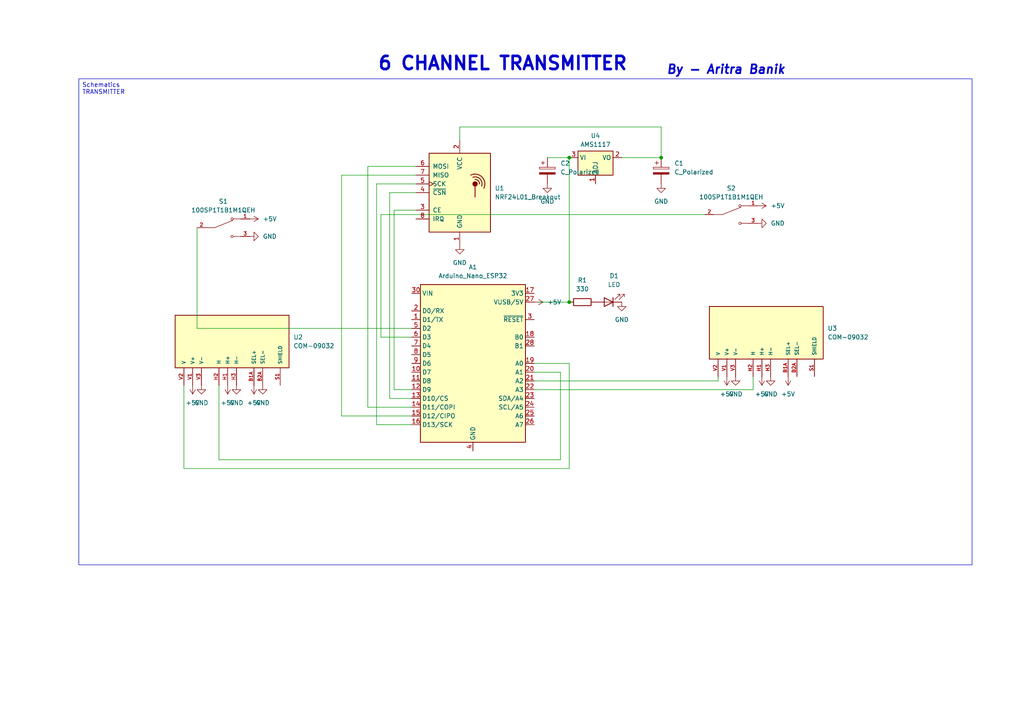
<source format=kicad_sch>
(kicad_sch (version 20250114) (generator "eeschema") (generator_version "9.0")
  (paper "A4")
  (lib_symbols
    (symbol "100SP1T1B1M1QEH:100SP1T1B1M1QEH" (pin_names (offset 1.016))
      (property "Reference" "S" (at -2.54 5.08 0))
      (property "Value" "100SP1T1B1M1QEH" (at -2.54 -5.08 0))
      (symbol "100SP1T1B1M1QEH_0_0"
        (polyline (pts (xy -2.54 0) (xy -5.08 0)) (stroke (width 0.1524)))
        (polyline (pts (xy -2.54 0) (xy 2.794 2.1336)) (stroke (width 0.1524)))
        (circle (center 2.54 2.54) (radius 0.3302) (stroke (width 0.1524)))
        (circle (center 2.54 -2.54) (radius 0.3302) (stroke (width 0.1524)))
        (polyline (pts (xy 5.08 2.54) (xy 2.921 2.54)) (stroke (width 0.1524)))
        (polyline (pts (xy 5.08 -2.54) (xy 2.921 -2.54)) (stroke (width 0.1524)))
        (pin passive line (at -7.62 0 0) (length 2.54) (name "~") (number "2"))
        (pin passive line (at 7.62 2.54 180) (length 2.54) (name "~") (number "1"))
        (pin passive line (at 7.62 -2.54 180) (length 2.54) (name "~") (number "3"))
      )
    )
    (symbol "COM-09032:COM-09032" (pin_names (offset 1.016))
      (property "Reference" "U" (at -7.62 16.002 0))
      (property "Value" "COM-09032" (at -7.62 -20.32 0))
      (symbol "COM-09032_0_0"
        (rectangle (start -7.62 -17.78) (end 7.62 15.24) (stroke (width 0.254)) (fill (type background)))
        (pin passive line (at -12.7 12.7 0) (length 5.08) (name "V") (number "V2"))
        (pin passive line (at -12.7 10.16 0) (length 5.08) (name "V+") (number "V1"))
        (pin passive line (at -12.7 7.62 0) (length 5.08) (name "V-") (number "V3"))
        (pin passive line (at -12.7 2.54 0) (length 5.08) (name "H") (number "H2"))
        (pin passive line (at -12.7 0 0) (length 5.08) (name "H+") (number "H1"))
        (pin passive line (at -12.7 -2.54 0) (length 5.08) (name "H-") (number "H3"))
        (pin passive line (at -12.7 -7.62 0) (length 5.08) (name "SEL+") (number "B1A"))
        (pin passive line (at -12.7 -10.16 0) (length 5.08) (name "SEL-") (number "B2A"))
        (pin passive line (at -12.7 -15.24 0) (length 5.08) (name "SHIELD") (number "S1"))
        (pin passive line (at -12.7 -15.24 0) (length 5.08) (hide yes) (name "SHIELD") (number "S2"))
        (pin passive line (at -12.7 -15.24 0) (length 5.08) (hide yes) (name "SHIELD") (number "S3"))
        (pin passive line (at -12.7 -15.24 0) (length 5.08) (hide yes) (name "SHIELD") (number "S4"))
      )
    )
    (symbol "Device:C_Polarized" (pin_numbers (hide yes)) (pin_names (offset 0.254))
      (property "Reference" "C" (at 0.635 2.54 0))
      (property "Value" "C_Polarized" (at 0.635 -2.54 0))
      (symbol "C_Polarized_0_1"
        (rectangle (start -2.286 0.508) (end 2.286 1.016))
        (polyline (pts (xy -1.778 2.286) (xy -0.762 2.286)))
        (polyline (pts (xy -1.27 2.794) (xy -1.27 1.778)))
        (rectangle (start 2.286 -0.508) (end -2.286 -1.016) (fill (type outline)))
      )
      (symbol "C_Polarized_1_1"
        (pin passive line (at 0 3.81 270) (length 2.794) (name "~") (number "1"))
        (pin passive line (at 0 -3.81 90) (length 2.794) (name "~") (number "2"))
      )
    )
    (symbol "Device:LED" (pin_numbers (hide yes)) (pin_names (offset 1.016) (hide yes))
      (property "Reference" "D" (at 0 2.54 0))
      (property "Value" "LED" (at 0 -2.54 0))
      (symbol "LED_0_1"
        (polyline (pts (xy -3.048 -0.762) (xy -4.572 -2.286) (xy -3.81 -2.286) (xy -4.572 -2.286) (xy -4.572 -1.524)))
        (polyline (pts (xy -1.778 -0.762) (xy -3.302 -2.286) (xy -2.54 -2.286) (xy -3.302 -2.286) (xy -3.302 -1.524)))
        (polyline (pts (xy -1.27 0) (xy 1.27 0)))
        (polyline (pts (xy -1.27 -1.27) (xy -1.27 1.27)) (stroke (width 0.254)))
        (polyline (pts (xy 1.27 -1.27) (xy 1.27 1.27) (xy -1.27 0) (xy 1.27 -1.27)) (stroke (width 0.254)))
      )
      (symbol "LED_1_1"
        (pin passive line (at -3.81 0 0) (length 2.54) (name "K") (number "1"))
        (pin passive line (at 3.81 0 180) (length 2.54) (name "A") (number "2"))
      )
    )
    (symbol "Device:R" (pin_numbers (hide yes)) (pin_names (offset 0))
      (property "Reference" "R" (at 2.032 0 90))
      (property "Value" "R" (at 0 0 90))
      (symbol "R_0_1"
        (rectangle (start -1.016 -2.54) (end 1.016 2.54) (stroke (width 0.254)))
      )
      (symbol "R_1_1"
        (pin passive line (at 0 3.81 270) (length 1.27) (name "~") (number "1"))
        (pin passive line (at 0 -3.81 90) (length 1.27) (name "~") (number "2"))
      )
    )
    (symbol "MCU_Module:Arduino_Nano_ESP32"
      (property "Reference" "A" (at -14.986 23.622 0))
      (property "Value" "Arduino_Nano_ESP32" (at 3.81 -25.654 0))
      (symbol "Arduino_Nano_ESP32_0_1"
        (rectangle (start -15.24 22.86) (end 15.24 -22.86) (stroke (width 0.254)) (fill (type background)))
      )
      (symbol "Arduino_Nano_ESP32_1_1"
        (pin power_in line (at -17.78 20.32 0) (length 2.54) (name "VIN") (number "30"))
        (pin bidirectional line (at -17.78 15.24 0) (length 2.54) (name "D0/RX") (number "2"))
        (pin bidirectional line (at -17.78 12.7 0) (length 2.54) (name "D1/TX") (number "1"))
        (pin bidirectional line (at -17.78 10.16 0) (length 2.54) (name "D2") (number "5"))
        (pin bidirectional line (at -17.78 7.62 0) (length 2.54) (name "D3") (number "6"))
        (pin bidirectional line (at -17.78 5.08 0) (length 2.54) (name "D4") (number "7"))
        (pin bidirectional line (at -17.78 2.54 0) (length 2.54) (name "D5") (number "8"))
        (pin bidirectional line (at -17.78 0 0) (length 2.54) (name "D6") (number "9"))
        (pin bidirectional line (at -17.78 -2.54 0) (length 2.54) (name "D7") (number "10"))
        (pin bidirectional line (at -17.78 -5.08 0) (length 2.54) (name "D8") (number "11"))
        (pin bidirectional line (at -17.78 -7.62 0) (length 2.54) (name "D9") (number "12"))
        (pin bidirectional line (at -17.78 -10.16 0) (length 2.54) (name "D10/CS") (number "13"))
        (pin bidirectional line (at -17.78 -12.7 0) (length 2.54) (name "D11/COPI") (number "14"))
        (pin bidirectional line (at -17.78 -15.24 0) (length 2.54) (name "D12/CIPO") (number "15"))
        (pin bidirectional line (at -17.78 -17.78 0) (length 2.54) (name "D13/SCK") (number "16"))
        (pin passive line (at 0 -25.4 90) (length 2.54) (hide yes) (name "GND") (number "29"))
        (pin power_in line (at 0 -25.4 90) (length 2.54) (name "GND") (number "4"))
        (pin power_out line (at 17.78 20.32 180) (length 2.54) (name "3V3") (number "17"))
        (pin power_out line (at 17.78 17.78 180) (length 2.54) (name "VUSB/5V") (number "27"))
        (pin input line (at 17.78 12.7 180) (length 2.54) (name "~{RESET}") (number "3"))
        (pin bidirectional line (at 17.78 7.62 180) (length 2.54) (name "B0") (number "18"))
        (pin bidirectional line (at 17.78 5.08 180) (length 2.54) (name "B1") (number "28"))
        (pin bidirectional line (at 17.78 0 180) (length 2.54) (name "A0") (number "19"))
        (pin bidirectional line (at 17.78 -2.54 180) (length 2.54) (name "A1") (number "20"))
        (pin bidirectional line (at 17.78 -5.08 180) (length 2.54) (name "A2") (number "21"))
        (pin bidirectional line (at 17.78 -7.62 180) (length 2.54) (name "A3") (number "22"))
        (pin bidirectional line (at 17.78 -10.16 180) (length 2.54) (name "SDA/A4") (number "23"))
        (pin bidirectional line (at 17.78 -12.7 180) (length 2.54) (name "SCL/A5") (number "24"))
        (pin bidirectional line (at 17.78 -15.24 180) (length 2.54) (name "A6") (number "25"))
        (pin bidirectional line (at 17.78 -17.78 180) (length 2.54) (name "A7") (number "26"))
      )
    )
    (symbol "RF:NRF24L01_Breakout" (pin_names (offset 1.016))
      (property "Reference" "U" (at -8.89 12.7 0))
      (property "Value" "NRF24L01_Breakout" (at 3.81 12.7 0))
      (symbol "NRF24L01_Breakout_0_1"
        (rectangle (start -8.89 11.43) (end 8.89 -11.43) (stroke (width 0.254)) (fill (type background)))
        (arc (start 3.175 5.08) (mid 6.453 4.548) (end 6.985 1.27) (stroke (width 0.254)))
        (circle (center 4.445 2.54) (radius 0.635) (stroke (width 0.254)) (fill (type outline)))
        (polyline (pts (xy 4.445 1.905) (xy 4.445 -1.27)) (stroke (width 0.254)))
        (arc (start 3.81 4.445) (mid 5.8835 3.9785) (end 6.35 1.905) (stroke (width 0.254)))
        (arc (start 4.445 3.81) (mid 5.3558 3.4508) (end 5.715 2.54) (stroke (width 0.254)))
      )
      (symbol "NRF24L01_Breakout_1_1"
        (pin input line (at -12.7 7.62 0) (length 3.81) (name "MOSI") (number "6"))
        (pin output line (at -12.7 5.08 0) (length 3.81) (name "MISO") (number "7"))
        (pin input clock (at -12.7 2.54 0) (length 3.81) (name "SCK") (number "5"))
        (pin input line (at -12.7 0 0) (length 3.81) (name "~{CSN}") (number "4"))
        (pin input line (at -12.7 -5.08 0) (length 3.81) (name "CE") (number "3"))
        (pin output line (at -12.7 -7.62 0) (length 3.81) (name "IRQ") (number "8"))
        (pin power_in line (at 0 15.24 270) (length 3.81) (name "VCC") (number "2"))
        (pin power_in line (at 0 -15.24 90) (length 3.81) (name "GND") (number "1"))
      )
    )
    (symbol "Regulator_Linear:AMS1117"
      (property "Reference" "U" (at -3.81 3.175 0))
      (property "Value" "AMS1117" (at 0 3.175 0))
      (symbol "AMS1117_0_1"
        (rectangle (start -5.08 -5.08) (end 5.08 1.905) (stroke (width 0.254)) (fill (type background)))
      )
      (symbol "AMS1117_1_1"
        (pin power_in line (at -7.62 0 0) (length 2.54) (name "VI") (number "3"))
        (pin input line (at 0 -7.62 90) (length 2.54) (name "ADJ") (number "1"))
        (pin power_out line (at 7.62 0 180) (length 2.54) (name "VO") (number "2"))
      )
    )
    (symbol "power:+5V" (power) (pin_numbers (hide yes)) (pin_names (offset 0) (hide yes))
      (property "Value" "+5V" (at 0 3.556 0))
      (symbol "+5V_0_1"
        (polyline (pts (xy -0.762 1.27) (xy 0 2.54)))
        (polyline (pts (xy 0 2.54) (xy 0.762 1.27)))
        (polyline (pts (xy 0 0) (xy 0 2.54)))
      )
      (symbol "+5V_1_1"
        (pin power_in line (at 0 0 90) (length 0) (name "~") (number "1"))
      )
    )
    (symbol "power:GND" (power) (pin_numbers (hide yes)) (pin_names (offset 0) (hide yes))
      (property "Value" "GND" (at 0 -3.81 0))
      (symbol "GND_0_1"
        (polyline (pts (xy 0 0) (xy 0 -1.27) (xy 1.27 -1.27) (xy 0 -2.54) (xy -1.27 -1.27) (xy 0 -1.27)))
      )
      (symbol "GND_1_1"
        (pin power_in line (at 0 0 270) (length 0) (name "~") (number "1"))
      )
    )
  )
  (text "By - Aritra Banik" (at 210.566 20.32 0) (effects (font (size 2.54 2.54) (thickness 0.508) (bold yes) (italic yes))))
  (text "6 CHANNEL TRANSMITTER\n" (at 145.796 18.542 0) (effects (font (size 3.81 3.81) (thickness 0.762) (bold yes))))
  (text_box "Schematics\nTRANSMITTER\n" (at 22.86 22.86 0) (size 259.08 140.97) (margins 0.9525 0.9525 0.9525 0.9525) (effects (font (size 1.27 1.27)) (justify left top)))
  (junction (at 191.77 45.72))
  (junction (at 165.1 45.72))
  (junction (at 165.1 87.63))
  (wire (pts (xy 218.44 109.22) (xy 218.44 113.03)))
  (wire (pts (xy 156.21 87.63) (xy 165.1 87.63)))
  (wire (pts (xy 110.49 62.23) (xy 110.49 97.79)))
  (wire (pts (xy 114.3 60.96) (xy 114.3 113.03)))
  (wire (pts (xy 53.34 111.76) (xy 53.34 135.89)))
  (wire (pts (xy 191.77 45.72) (xy 191.77 36.83)))
  (wire (pts (xy 191.77 36.83) (xy 133.35 36.83)))
  (wire (pts (xy 113.03 55.88) (xy 113.03 115.57)))
  (wire (pts (xy 99.06 50.8) (xy 99.06 120.65)))
  (wire (pts (xy 110.49 97.79) (xy 119.38 97.79)))
  (wire (pts (xy 204.47 62.23) (xy 110.49 62.23)))
  (wire (pts (xy 218.44 113.03) (xy 154.94 113.03)))
  (wire (pts (xy 57.15 95.25) (xy 119.38 95.25)))
  (wire (pts (xy 106.68 118.11) (xy 119.38 118.11)))
  (wire (pts (xy 109.22 123.19) (xy 119.38 123.19)))
  (wire (pts (xy 57.15 66.04) (xy 57.15 95.25)))
  (wire (pts (xy 109.22 53.34) (xy 109.22 123.19)))
  (wire (pts (xy 120.65 60.96) (xy 114.3 60.96)))
  (wire (pts (xy 120.65 53.34) (xy 109.22 53.34)))
  (wire (pts (xy 63.5 111.76) (xy 63.5 133.35)))
  (wire (pts (xy 165.1 105.41) (xy 154.94 105.41)))
  (wire (pts (xy 113.03 115.57) (xy 119.38 115.57)))
  (wire (pts (xy 180.34 45.72) (xy 191.77 45.72)))
  (wire (pts (xy 99.06 120.65) (xy 119.38 120.65)))
  (wire (pts (xy 106.68 48.26) (xy 106.68 118.11)))
  (wire (pts (xy 165.1 87.63) (xy 165.1 45.72)))
  (wire (pts (xy 165.1 135.89) (xy 165.1 105.41)))
  (wire (pts (xy 120.65 48.26) (xy 106.68 48.26)))
  (wire (pts (xy 162.56 133.35) (xy 162.56 107.95)))
  (wire (pts (xy 63.5 133.35) (xy 162.56 133.35)))
  (wire (pts (xy 162.56 107.95) (xy 154.94 107.95)))
  (wire (pts (xy 158.75 45.72) (xy 165.1 45.72)))
  (wire (pts (xy 120.65 55.88) (xy 113.03 55.88)))
  (wire (pts (xy 133.35 36.83) (xy 133.35 40.64)))
  (wire (pts (xy 114.3 113.03) (xy 119.38 113.03)))
  (wire (pts (xy 120.65 50.8) (xy 99.06 50.8)))
  (wire (pts (xy 53.34 135.89) (xy 165.1 135.89)))
  (wire (pts (xy 208.28 110.49) (xy 154.94 110.49)))
  (wire (pts (xy 208.28 109.22) (xy 208.28 110.49)))
  (symbol (lib_id "power:+5V") (at 73.66 111.76 180) (unit 1)
    (property "Reference" "#PWR03" (effects (hide yes)))
    (property "Value" "+5V" (at 73.66 116.84 0))
    (property "Description" "Power symbol creates a global label with name \"+5V\"" (effects (hide yes)))
  )
  (symbol (lib_id "power:+5V") (at 220.98 109.22 180) (unit 1)
    (property "Reference" "#PWR05" (effects (hide yes)))
    (property "Value" "+5V" (at 220.98 114.3 0))
    (property "Description" "Power symbol creates a global label with name \"+5V\"" (effects (hide yes)))
  )
  (symbol (lib_id "power:GND") (at 76.2 111.76 0) (unit 1)
    (property "Reference" "#PWR013" (effects (hide yes)))
    (property "Value" "GND" (at 76.2 116.84 0))
    (property "Description" "Power symbol creates a global label with name \"GND\" , ground" (effects (hide yes)))
  )
  (symbol (lib_id "100SP1T1B1M1QEH:100SP1T1B1M1QEH") (at 64.77 66.04 0) (unit 1)
    (property "Reference" "S1" (at 64.77 58.42 0))
    (property "Value" "100SP1T1B1M1QEH" (at 64.77 60.96 0))
    (property "Footprint" "SW_100SP1T1B1M1QEH:SW_100SP1T1B1M1QEH" (effects (hide yes)))
    (property "MF" "E-Switch" (effects (hide yes)))
    (property "MAXIMUM_PACKAGE_HEIGHT" "30.21 mm" (effects (hide yes)))
    (property "Package" "None" (effects (hide yes)))
    (property "Price" "None" (effects (hide yes)))
    (property "Check_prices" "https://www.snapeda.com/parts/100SP1T1B1M1QEH/E-Switch/view-part/?ref=eda" (effects (hide yes)))
    (property "STANDARD" "IPC 7351B" (effects (hide yes)))
    (property "PARTREV" "D" (effects (hide yes)))
    (property "SnapEDA_Link" "https://www.snapeda.com/parts/100SP1T1B1M1QEH/E-Switch/view-part/?ref=snap" (effects (hide yes)))
    (property "MP" "100SP1T1B1M1QEH" (effects (hide yes)))
    (property "Description_1" "Toggle Switch, 100 Series, SPDT, ON-NONE-ON, Sealed, 5A, 120VAC, 28VDC, Solder | E-Switch 100SP1T1B1M1QEH" (effects (hide yes)))
    (property "Availability" "In Stock" (effects (hide yes)))
    (property "MANUFACTURER" "E-switch" (effects (hide yes)))
  )
  (symbol (lib_id "Device:LED") (at 176.53 87.63 180) (unit 1)
    (property "Reference" "D1" (at 178.1175 80.01 0))
    (property "Value" "LED" (at 178.1175 82.55 0))
    (property "Footprint" "LED_SMD:LED_0805_2012Metric" (effects (hide yes)))
    (property "Description" "Light emitting diode" (effects (hide yes)))
    (property "Sim.Pins" "1=K 2=A" (effects (hide yes)))
  )
  (symbol (lib_id "100SP1T1B1M1QEH:100SP1T1B1M1QEH") (at 212.09 62.23 0) (unit 1)
    (property "Reference" "S2" (at 212.09 54.61 0))
    (property "Value" "100SP1T1B1M1QEH" (at 212.09 57.15 0))
    (property "Footprint" "SW_100SP1T1B1M1QEH:SW_100SP1T1B1M1QEH" (effects (hide yes)))
    (property "MF" "E-Switch" (effects (hide yes)))
    (property "MAXIMUM_PACKAGE_HEIGHT" "30.21 mm" (effects (hide yes)))
    (property "Package" "None" (effects (hide yes)))
    (property "Price" "None" (effects (hide yes)))
    (property "Check_prices" "https://www.snapeda.com/parts/100SP1T1B1M1QEH/E-Switch/view-part/?ref=eda" (effects (hide yes)))
    (property "STANDARD" "IPC 7351B" (effects (hide yes)))
    (property "PARTREV" "D" (effects (hide yes)))
    (property "SnapEDA_Link" "https://www.snapeda.com/parts/100SP1T1B1M1QEH/E-Switch/view-part/?ref=snap" (effects (hide yes)))
    (property "MP" "100SP1T1B1M1QEH" (effects (hide yes)))
    (property "Description_1" "Toggle Switch, 100 Series, SPDT, ON-NONE-ON, Sealed, 5A, 120VAC, 28VDC, Solder | E-Switch 100SP1T1B1M1QEH" (effects (hide yes)))
    (property "Availability" "In Stock" (effects (hide yes)))
    (property "MANUFACTURER" "E-switch" (effects (hide yes)))
  )
  (symbol (lib_id "power:GND") (at 68.58 111.76 0) (unit 1)
    (property "Reference" "#PWR012" (effects (hide yes)))
    (property "Value" "GND" (at 68.58 116.84 0))
    (property "Description" "Power symbol creates a global label with name \"GND\" , ground" (effects (hide yes)))
  )
  (symbol (lib_id "power:+5V") (at 154.94 87.63 270) (unit 1)
    (property "Reference" "#PWR010" (effects (hide yes)))
    (property "Value" "+5V" (at 158.75 87.6299 90) (effects (justify left)))
    (property "Description" "Power symbol creates a global label with name \"+5V\"" (effects (hide yes)))
  )
  (symbol (lib_id "power:+5V") (at 55.88 111.76 180) (unit 1)
    (property "Reference" "#PWR01" (effects (hide yes)))
    (property "Value" "+5V" (at 55.88 116.84 0))
    (property "Description" "Power symbol creates a global label with name \"+5V\"" (effects (hide yes)))
  )
  (symbol (lib_id "power:+5V") (at 72.39 63.5 270) (unit 1)
    (property "Reference" "#PWR08" (effects (hide yes)))
    (property "Value" "+5V" (at 76.2 63.4999 90) (effects (justify left)))
    (property "Description" "Power symbol creates a global label with name \"+5V\"" (effects (hide yes)))
  )
  (symbol (lib_id "Device:R") (at 168.91 87.63 90) (unit 1)
    (property "Reference" "R1" (at 168.91 81.28 90))
    (property "Value" "330" (at 168.91 83.82 90))
    (property "Footprint" "LED_SMD:LED_0805_2012Metric" (effects (hide yes)))
    (property "Description" "Resistor" (effects (hide yes)))
  )
  (symbol (lib_id "power:GND") (at 191.77 53.34 0) (unit 1)
    (property "Reference" "#PWR019" (effects (hide yes)))
    (property "Value" "GND" (at 191.77 58.42 0))
    (property "Description" "Power symbol creates a global label with name \"GND\" , ground" (effects (hide yes)))
  )
  (symbol (lib_id "power:GND") (at 133.35 71.12 0) (unit 1)
    (property "Reference" "#PWR018" (effects (hide yes)))
    (property "Value" "GND" (at 133.35 76.2 0))
    (property "Description" "Power symbol creates a global label with name \"GND\" , ground" (effects (hide yes)))
  )
  (symbol (lib_id "power:GND") (at 223.52 109.22 0) (unit 1)
    (property "Reference" "#PWR015" (effects (hide yes)))
    (property "Value" "GND" (at 223.52 114.3 0))
    (property "Description" "Power symbol creates a global label with name \"GND\" , ground" (effects (hide yes)))
  )
  (symbol (lib_id "power:+5V") (at 210.82 109.22 180) (unit 1)
    (property "Reference" "#PWR04" (effects (hide yes)))
    (property "Value" "+5V" (at 210.82 114.3 0))
    (property "Description" "Power symbol creates a global label with name \"+5V\"" (effects (hide yes)))
  )
  (symbol (lib_id "MCU_Module:Arduino_Nano_ESP32") (at 137.16 105.41 0) (unit 1)
    (property "Reference" "A1" (at 137.16 77.47 0))
    (property "Value" "Arduino_Nano_ESP32" (at 137.16 80.01 0))
    (property "Footprint" "Module:Arduino_Nano" (effects (hide yes)))
    (property "Datasheet" "https://docs.arduino.cc/resources/datasheets/ABX00083-datasheet.pdf" (effects (hide yes)))
    (property "Description" "Arduino Nano board based on the ESP32-S3 with a dual-core 240 MHz processor, 384 kB ROM, 512 kB SRAM. Operates at 3.3V, with 5V USB-C® input and 6-21V VIN. Features Wi-Fi®, Bluetooth® LE, digital and analog pins, and supports SPI, I2C, UART, I2S, and CAN." (effects (hide yes)))
  )
  (symbol (lib_id "power:GND") (at 180.34 87.63 0) (unit 1)
    (property "Reference" "#PWR020" (effects (hide yes)))
    (property "Value" "GND" (at 180.34 92.71 0))
    (property "Description" "Power symbol creates a global label with name \"GND\" , ground" (effects (hide yes)))
  )
  (symbol (lib_id "COM-09032:COM-09032") (at 220.98 96.52 90) (unit 1)
    (property "Reference" "U3" (at 240.03 95.2499 90) (effects (justify right)))
    (property "Value" "COM-09032" (at 240.03 97.7899 90) (effects (justify right)))
    (property "Footprint" "XDCR_COM-09032:XDCR_COM-09032" (effects (hide yes)))
    (property "MF" "SparkFun Electronics" (effects (hide yes)))
    (property "MAXIMUM_PACKAGE_HEIGHT" "30.1mm" (effects (hide yes)))
    (property "Package" "Package" (effects (hide yes)))
    (property "Price" "None" (effects (hide yes)))
    (property "Check_prices" "https://www.snapeda.com/parts/COM-09032/SparkFun/view-part/?ref=eda" (effects (hide yes)))
    (property "STANDARD" "Manufacturer Recommendations" (effects (hide yes)))
    (property "PARTREV" "N/A" (effects (hide yes)))
    (property "SnapEDA_Link" "https://www.snapeda.com/parts/COM-09032/SparkFun/view-part/?ref=snap" (effects (hide yes)))
    (property "MP" "COM-09032" (effects (hide yes)))
    (property "Description_1" "Joystick, 2 - Axis Analog (Resistive) Output" (effects (hide yes)))
    (property "Availability" "In Stock" (effects (hide yes)))
    (property "MANUFACTURER" "SparkFun Electronics" (effects (hide yes)))
  )
  (symbol (lib_id "power:GND") (at 58.42 111.76 0) (unit 1)
    (property "Reference" "#PWR011" (effects (hide yes)))
    (property "Value" "GND" (at 58.42 116.84 0))
    (property "Description" "Power symbol creates a global label with name \"GND\" , ground" (effects (hide yes)))
  )
  (symbol (lib_id "Device:C_Polarized") (at 191.77 49.53 0) (unit 1)
    (property "Reference" "C1" (at 195.58 47.3709 0) (effects (justify left)))
    (property "Value" "C_Polarized" (at 195.58 49.9109 0) (effects (justify left)))
    (property "Footprint" "Capacitor_THT:CP_Radial_D12.5mm_P2.50mm" (effects (hide yes)))
    (property "Description" "Polarized capacitor" (effects (hide yes)))
  )
  (symbol (lib_id "Device:C_Polarized") (at 158.75 49.53 0) (unit 1)
    (property "Reference" "C2" (at 162.56 47.3709 0) (effects (justify left)))
    (property "Value" "C_Polarized" (at 162.56 49.9109 0) (effects (justify left)))
    (property "Footprint" "Capacitor_THT:CP_Radial_D12.5mm_P2.50mm" (effects (hide yes)))
    (property "Description" "Polarized capacitor" (effects (hide yes)))
  )
  (symbol (lib_id "power:+5V") (at 219.71 59.69 270) (unit 1)
    (property "Reference" "#PWR09" (effects (hide yes)))
    (property "Value" "+5V" (at 223.52 59.6899 90) (effects (justify left)))
    (property "Description" "Power symbol creates a global label with name \"+5V\"" (effects (hide yes)))
  )
  (symbol (lib_id "power:GND") (at 158.75 53.34 0) (unit 1)
    (property "Reference" "#PWR07" (effects (hide yes)))
    (property "Value" "GND" (at 158.75 58.42 0))
    (property "Description" "Power symbol creates a global label with name \"GND\" , ground" (effects (hide yes)))
  )
  (symbol (lib_id "power:GND") (at 219.71 64.77 90) (unit 1)
    (property "Reference" "#PWR017" (effects (hide yes)))
    (property "Value" "GND" (at 223.52 64.7699 90) (effects (justify right)))
    (property "Description" "Power symbol creates a global label with name \"GND\" , ground" (effects (hide yes)))
  )
  (symbol (lib_id "RF:NRF24L01_Breakout") (at 133.35 55.88 0) (unit 1)
    (property "Reference" "U1" (at 143.51 54.6099 0) (effects (justify left)))
    (property "Value" "NRF24L01_Breakout" (at 143.51 57.1499 0) (effects (justify left)))
    (property "Footprint" "RF_Module:nRF24L01_Breakout" (effects (hide yes)))
    (property "Datasheet" "http://www.nordicsemi.com/eng/content/download/2730/34105/file/nRF24L01_Product_Specification_v2_0.pdf" (effects (hide yes)))
    (property "Description" "Ultra low power 2.4GHz RF Transceiver, Carrier PCB" (effects (hide yes)))
  )
  (symbol (lib_id "COM-09032:COM-09032") (at 66.04 99.06 90) (unit 1)
    (property "Reference" "U2" (at 85.09 97.7899 90) (effects (justify right)))
    (property "Value" "COM-09032" (at 85.09 100.3299 90) (effects (justify right)))
    (property "Footprint" "XDCR_COM-09032:XDCR_COM-09032" (effects (hide yes)))
    (property "MF" "SparkFun Electronics" (effects (hide yes)))
    (property "MAXIMUM_PACKAGE_HEIGHT" "30.1mm" (effects (hide yes)))
    (property "Package" "Package" (effects (hide yes)))
    (property "Price" "None" (effects (hide yes)))
    (property "Check_prices" "https://www.snapeda.com/parts/COM-09032/SparkFun/view-part/?ref=eda" (effects (hide yes)))
    (property "STANDARD" "Manufacturer Recommendations" (effects (hide yes)))
    (property "PARTREV" "N/A" (effects (hide yes)))
    (property "SnapEDA_Link" "https://www.snapeda.com/parts/COM-09032/SparkFun/view-part/?ref=snap" (effects (hide yes)))
    (property "MP" "COM-09032" (effects (hide yes)))
    (property "Description_1" "Joystick, 2 - Axis Analog (Resistive) Output" (effects (hide yes)))
    (property "Availability" "In Stock" (effects (hide yes)))
    (property "MANUFACTURER" "SparkFun Electronics" (effects (hide yes)))
  )
  (symbol (lib_id "power:GND") (at 72.39 68.58 90) (unit 1)
    (property "Reference" "#PWR016" (effects (hide yes)))
    (property "Value" "GND" (at 76.2 68.5799 90) (effects (justify right)))
    (property "Description" "Power symbol creates a global label with name \"GND\" , ground" (effects (hide yes)))
  )
  (symbol (lib_id "Regulator_Linear:AMS1117") (at 172.72 45.72 0) (unit 1)
    (property "Reference" "U4" (at 172.72 39.37 0))
    (property "Value" "AMS1117" (at 172.72 41.91 0))
    (property "Footprint" "Package_TO_SOT_SMD:SOT-223-3_TabPin2" (effects (hide yes)))
    (property "Datasheet" "http://www.advanced-monolithic.com/pdf/ds1117.pdf" (effects (hide yes)))
    (property "Description" "1A Low Dropout regulator, positive, adjustable output, SOT-223" (effects (hide yes)))
  )
  (symbol (lib_id "power:GND") (at 213.36 109.22 0) (unit 1)
    (property "Reference" "#PWR014" (effects (hide yes)))
    (property "Value" "GND" (at 213.36 114.3 0))
    (property "Description" "Power symbol creates a global label with name \"GND\" , ground" (effects (hide yes)))
  )
  (symbol (lib_id "power:+5V") (at 66.04 111.76 180) (unit 1)
    (property "Reference" "#PWR02" (effects (hide yes)))
    (property "Value" "+5V" (at 66.04 116.84 0))
    (property "Description" "Power symbol creates a global label with name \"+5V\"" (effects (hide yes)))
  )
  (symbol (lib_id "power:+5V") (at 228.6 109.22 180) (unit 1)
    (property "Reference" "#PWR06" (effects (hide yes)))
    (property "Value" "+5V" (at 228.6 114.3 0))
    (property "Description" "Power symbol creates a global label with name \"+5V\"" (effects (hide yes)))
  )
)
</source>
